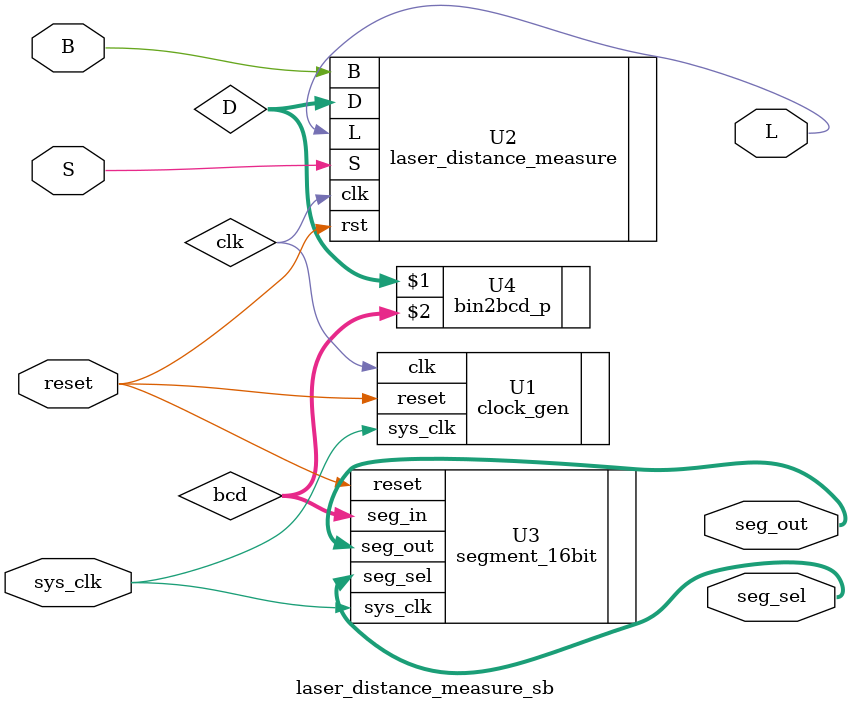
<source format=sv>
module laser_distance_measure_sb(
 input logic sys_clk, reset,
 input B, S,
 output logic [7:0] seg_out,
 output logic [3:0] seg_sel,
 output logic L);
//
logic clk;
logic [11:0] D;
logic [15:0] bcd;
//
clock_gen #(23) U1 (.sys_clk(sys_clk), .reset(reset), .clk(clk));
laser_distance_measure U2 (.clk(clk), .rst(reset),.B(B), .S(S), .D(D), .L(L));
/* segment_16bit U3 (.sys_clk(sys_clk), .reset(reset), .seg_in(D), .seg_sel(seg_sel), .seg_out(seg_out)); */
bin2bcd_p #(16) U4(D, bcd); 
segment_16bit U3 (.sys_clk(sys_clk), .reset(reset), .seg_in(bcd), .seg_sel(seg_sel), .seg_out(seg_out));
//
endmodule


</source>
